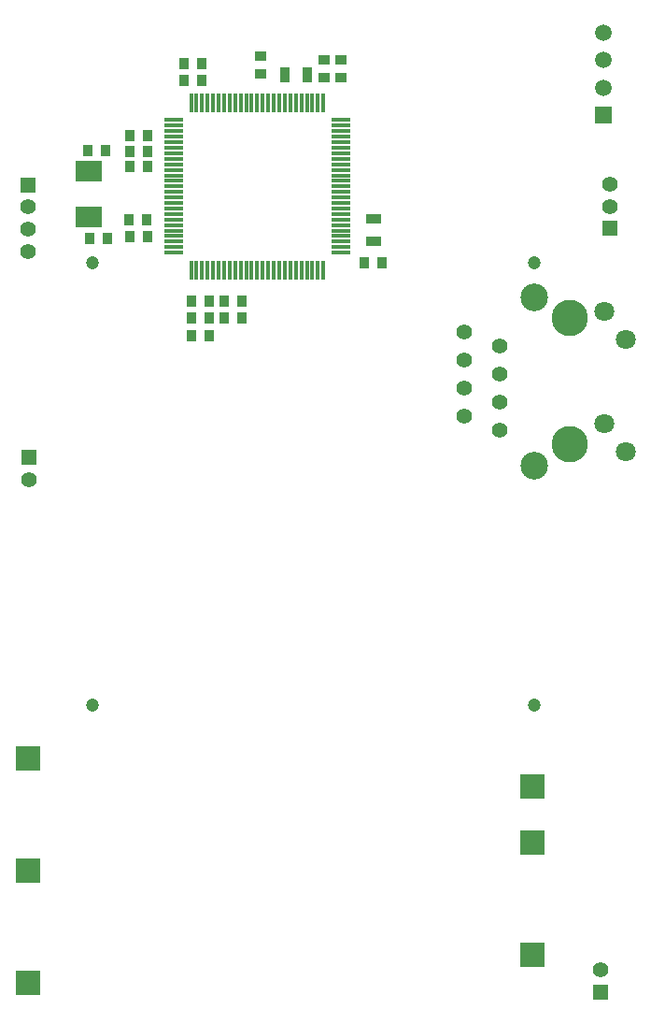
<source format=gbr>
%TF.GenerationSoftware,Altium Limited,Altium Designer,20.1.12 (249)*%
G04 Layer_Color=255*
%FSLAX45Y45*%
%MOMM*%
%TF.SameCoordinates,0418086A-757F-42B6-A3B9-695331E80F4B*%
%TF.FilePolarity,Positive*%
%TF.FileFunction,Pads,Bot*%
%TF.Part,Single*%
G01*
G75*
%TA.AperFunction,SMDPad,CuDef*%
%ADD12R,1.00000X0.95000*%
%ADD13R,0.95000X1.00000*%
%ADD21R,1.40000X0.95000*%
%ADD26R,0.95000X1.40000*%
%TA.AperFunction,ComponentPad*%
%ADD52C,1.40000*%
%ADD53R,1.40000X1.40000*%
%TA.AperFunction,WasherPad*%
%ADD54C,1.20000*%
%TA.AperFunction,ComponentPad*%
%ADD55C,2.50000*%
%ADD56C,1.50000*%
%ADD57R,1.50000X1.50000*%
%ADD58C,3.30000*%
%ADD59C,1.80000*%
%ADD60R,2.30000X2.30000*%
%TA.AperFunction,SMDPad,CuDef*%
%ADD66R,2.40000X1.90000*%
%ADD67R,1.75000X0.30000*%
%ADD68R,0.30000X1.75000*%
D12*
X3098500Y8837498D02*
D03*
Y8677499D02*
D03*
X3251002Y8837498D02*
D03*
Y8677499D02*
D03*
X2520000Y8870000D02*
D03*
Y8710000D02*
D03*
D13*
X2193498Y6654998D02*
D03*
X2353498D02*
D03*
Y6497498D02*
D03*
X2193498D02*
D03*
X2050999Y6340003D02*
D03*
X1891000D02*
D03*
X2050999Y6654998D02*
D03*
X1891000D02*
D03*
X1333500Y7874376D02*
D03*
X1493500D02*
D03*
X1333500Y8150001D02*
D03*
X1493500D02*
D03*
X1331001Y7389998D02*
D03*
X1491000D02*
D03*
X1333500Y8012501D02*
D03*
X1493500D02*
D03*
X3618499Y7005000D02*
D03*
X3458500D02*
D03*
X1828500Y8652500D02*
D03*
X1988500D02*
D03*
X1333500Y7240001D02*
D03*
X1493500D02*
D03*
X1828500Y8805001D02*
D03*
X1988500D02*
D03*
X2050999Y6497498D02*
D03*
X1891000D02*
D03*
X1116000Y8017500D02*
D03*
X956000D02*
D03*
X1131001Y7222500D02*
D03*
X971001D02*
D03*
D21*
X3543498Y7200001D02*
D03*
Y7400000D02*
D03*
D26*
X2943499Y8699998D02*
D03*
X2743500D02*
D03*
D52*
X412501Y7504999D02*
D03*
Y7304999D02*
D03*
Y7105000D02*
D03*
X5599999Y599999D02*
D03*
X5685003Y7712502D02*
D03*
Y7512502D02*
D03*
X4687809Y5736900D02*
D03*
X4370309Y6117900D02*
D03*
X419999Y5040000D02*
D03*
X4370309Y6371900D02*
D03*
X4687809Y5482900D02*
D03*
Y6244900D02*
D03*
X4370309Y5609900D02*
D03*
Y5863900D02*
D03*
X4687809Y5990900D02*
D03*
D53*
X412501Y7704999D02*
D03*
X5599999Y399999D02*
D03*
X5685003Y7312497D02*
D03*
X419999Y5240000D02*
D03*
D54*
X5000000Y2999999D02*
D03*
X999998D02*
D03*
X5000000Y7000001D02*
D03*
X999998D02*
D03*
D55*
X5005309Y6689400D02*
D03*
Y5165400D02*
D03*
D56*
X5627502Y8585002D02*
D03*
Y8834999D02*
D03*
Y9085001D02*
D03*
D57*
Y8335000D02*
D03*
D58*
X5322809Y5355900D02*
D03*
Y6498900D02*
D03*
D59*
X5640309Y5546400D02*
D03*
Y6562400D02*
D03*
X5830809Y5292400D02*
D03*
Y6308400D02*
D03*
D60*
X414000Y2516002D02*
D03*
Y484002D02*
D03*
Y1500002D02*
D03*
X4986000Y738002D02*
D03*
Y2262002D02*
D03*
Y1754002D02*
D03*
D66*
X960999Y7420000D02*
D03*
Y7830002D02*
D03*
D67*
X1732498Y7092498D02*
D03*
Y7142500D02*
D03*
Y7192503D02*
D03*
Y7242500D02*
D03*
Y7292503D02*
D03*
Y7392502D02*
D03*
Y7442500D02*
D03*
Y7492502D02*
D03*
Y7542500D02*
D03*
Y7642499D02*
D03*
Y7692502D02*
D03*
Y7742499D02*
D03*
Y7792502D02*
D03*
Y7842499D02*
D03*
Y7892501D02*
D03*
Y7942499D02*
D03*
Y8042499D02*
D03*
Y8192501D02*
D03*
Y8242498D02*
D03*
Y8292501D02*
D03*
X3247502D02*
D03*
Y8242498D02*
D03*
Y8192501D02*
D03*
Y8142498D02*
D03*
Y8092501D02*
D03*
Y8042499D02*
D03*
Y7992501D02*
D03*
Y7942499D02*
D03*
Y7892501D02*
D03*
Y7842499D02*
D03*
Y7792502D02*
D03*
Y7742499D02*
D03*
Y7692502D02*
D03*
Y7642499D02*
D03*
Y7592502D02*
D03*
Y7542500D02*
D03*
Y7492502D02*
D03*
Y7442500D02*
D03*
Y7392502D02*
D03*
Y7342500D02*
D03*
Y7292503D02*
D03*
Y7242500D02*
D03*
Y7192503D02*
D03*
Y7142500D02*
D03*
X1732498Y7992501D02*
D03*
Y7342500D02*
D03*
Y7592502D02*
D03*
Y8142498D02*
D03*
Y8092501D02*
D03*
X3247502Y7092498D02*
D03*
D68*
X1889999Y8450001D02*
D03*
X1940001D02*
D03*
X2040001D02*
D03*
X2089998D02*
D03*
X2140001D02*
D03*
X2189998D02*
D03*
X2240001D02*
D03*
X2289998D02*
D03*
X2340000D02*
D03*
X2390003D02*
D03*
X2440000D02*
D03*
X2490003D02*
D03*
X2540000D02*
D03*
X2590002D02*
D03*
X2640000D02*
D03*
X2690002D02*
D03*
X2740000D02*
D03*
X2790002D02*
D03*
X2839999D02*
D03*
X2890002D02*
D03*
X2939999D02*
D03*
X2990002D02*
D03*
X3039999D02*
D03*
X3090001Y6935003D02*
D03*
X3039999D02*
D03*
X2990002D02*
D03*
X2939999D02*
D03*
X2890002D02*
D03*
X2839999D02*
D03*
X2790002D02*
D03*
X2740000D02*
D03*
X2690002D02*
D03*
X2640000D02*
D03*
X2590002D02*
D03*
X2540000D02*
D03*
X2490003D02*
D03*
X2440000D02*
D03*
X2390003D02*
D03*
X2340000D02*
D03*
X2289998D02*
D03*
X2240001D02*
D03*
X2189998D02*
D03*
X2140001D02*
D03*
X2089998D02*
D03*
X2040001D02*
D03*
X1989999D02*
D03*
X1940001D02*
D03*
X1889999D02*
D03*
X1989999Y8450001D02*
D03*
X3090001D02*
D03*
%TF.MD5,93ff21373330d857a9006319a347e637*%
M02*

</source>
